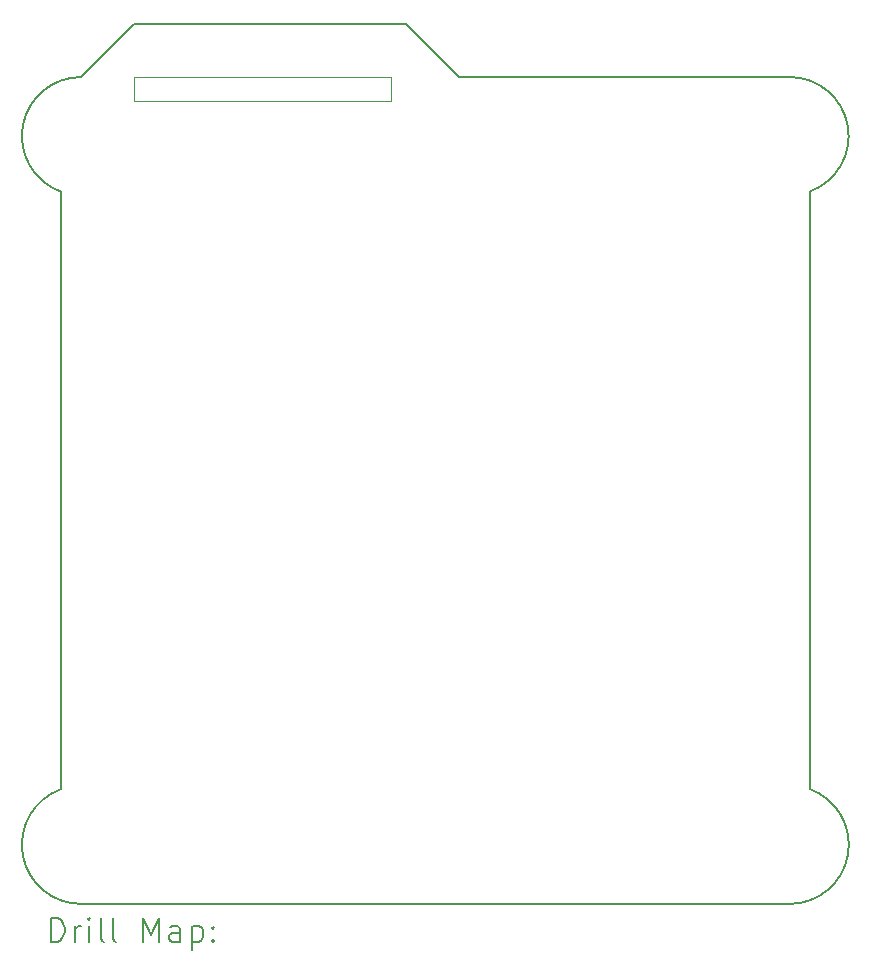
<source format=gbr>
%TF.GenerationSoftware,KiCad,Pcbnew,(6.0.9)*%
%TF.CreationDate,2023-01-04T16:14:09+08:00*%
%TF.ProjectId,CAWController,43415743-6f6e-4747-926f-6c6c65722e6b,rev?*%
%TF.SameCoordinates,Original*%
%TF.FileFunction,Drillmap*%
%TF.FilePolarity,Positive*%
%FSLAX45Y45*%
G04 Gerber Fmt 4.5, Leading zero omitted, Abs format (unit mm)*
G04 Created by KiCad (PCBNEW (6.0.9)) date 2023-01-04 16:14:09*
%MOMM*%
%LPD*%
G01*
G04 APERTURE LIST*
%ADD10C,0.200000*%
%ADD11C,0.100000*%
G04 APERTURE END LIST*
D10*
X16575000Y-13101081D02*
G75*
G03*
X16746000Y-12129000I0J501081D01*
G01*
D11*
X11020000Y-6100000D02*
X13200000Y-6100000D01*
D10*
X10404115Y-12130155D02*
G75*
G03*
X10575000Y-13101081I170885J-470425D01*
G01*
X10575000Y-6100500D02*
G75*
G03*
X10404000Y-7070581I0J-500112D01*
G01*
X13775000Y-6100000D02*
X16575000Y-6100500D01*
X11025000Y-5650000D02*
X13325000Y-5650000D01*
X13775000Y-6100000D02*
X13325000Y-5650000D01*
D11*
X13200000Y-6300000D02*
X11020000Y-6300000D01*
D10*
X10575000Y-13101081D02*
X16575000Y-13101081D01*
X11025000Y-5650000D02*
X10575000Y-6100500D01*
X10404115Y-12130157D02*
X10404000Y-7070581D01*
X16745779Y-7069398D02*
G75*
G03*
X16575000Y-6100500I-170779J469398D01*
G01*
D11*
X11020000Y-6300000D02*
X11020000Y-6100000D01*
D10*
X16745779Y-7069398D02*
X16746000Y-12129000D01*
D11*
X13200000Y-6100000D02*
X13200000Y-6300000D01*
D10*
X10322118Y-13421557D02*
X10322118Y-13221557D01*
X10369737Y-13221557D01*
X10398309Y-13231081D01*
X10417356Y-13250128D01*
X10426880Y-13269176D01*
X10436404Y-13307271D01*
X10436404Y-13335843D01*
X10426880Y-13373938D01*
X10417356Y-13392985D01*
X10398309Y-13412033D01*
X10369737Y-13421557D01*
X10322118Y-13421557D01*
X10522118Y-13421557D02*
X10522118Y-13288224D01*
X10522118Y-13326319D02*
X10531642Y-13307271D01*
X10541166Y-13297747D01*
X10560213Y-13288224D01*
X10579261Y-13288224D01*
X10645928Y-13421557D02*
X10645928Y-13288224D01*
X10645928Y-13221557D02*
X10636404Y-13231081D01*
X10645928Y-13240605D01*
X10655452Y-13231081D01*
X10645928Y-13221557D01*
X10645928Y-13240605D01*
X10769737Y-13421557D02*
X10750690Y-13412033D01*
X10741166Y-13392985D01*
X10741166Y-13221557D01*
X10874499Y-13421557D02*
X10855452Y-13412033D01*
X10845928Y-13392985D01*
X10845928Y-13221557D01*
X11103071Y-13421557D02*
X11103071Y-13221557D01*
X11169737Y-13364414D01*
X11236404Y-13221557D01*
X11236404Y-13421557D01*
X11417356Y-13421557D02*
X11417356Y-13316795D01*
X11407832Y-13297747D01*
X11388785Y-13288224D01*
X11350690Y-13288224D01*
X11331642Y-13297747D01*
X11417356Y-13412033D02*
X11398309Y-13421557D01*
X11350690Y-13421557D01*
X11331642Y-13412033D01*
X11322118Y-13392985D01*
X11322118Y-13373938D01*
X11331642Y-13354890D01*
X11350690Y-13345366D01*
X11398309Y-13345366D01*
X11417356Y-13335843D01*
X11512594Y-13288224D02*
X11512594Y-13488224D01*
X11512594Y-13297747D02*
X11531642Y-13288224D01*
X11569737Y-13288224D01*
X11588785Y-13297747D01*
X11598309Y-13307271D01*
X11607832Y-13326319D01*
X11607832Y-13383462D01*
X11598309Y-13402509D01*
X11588785Y-13412033D01*
X11569737Y-13421557D01*
X11531642Y-13421557D01*
X11512594Y-13412033D01*
X11693547Y-13402509D02*
X11703071Y-13412033D01*
X11693547Y-13421557D01*
X11684023Y-13412033D01*
X11693547Y-13402509D01*
X11693547Y-13421557D01*
X11693547Y-13297747D02*
X11703071Y-13307271D01*
X11693547Y-13316795D01*
X11684023Y-13307271D01*
X11693547Y-13297747D01*
X11693547Y-13316795D01*
M02*

</source>
